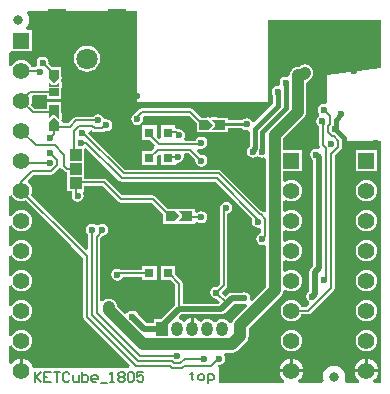
<source format=gbr>
%TF.GenerationSoftware,Altium Limited,Altium Designer,18.1.6 (161)*%
G04 Layer_Physical_Order=1*
G04 Layer_Color=255*
%FSLAX26Y26*%
%MOIN*%
%TF.FileFunction,Copper,L1,Top,Signal*%
%TF.Part,Single*%
G01*
G75*
%TA.AperFunction,SMDPad,CuDef*%
%ADD10R,0.039370X0.039370*%
%ADD11R,0.030000X0.034000*%
%ADD12R,0.031496X0.031496*%
%ADD13R,0.060000X0.160000*%
%TA.AperFunction,FiducialPad,Global*%
%ADD14C,0.031496*%
%TA.AperFunction,SMDPad,CuDef*%
%ADD15R,0.034000X0.030000*%
%TA.AperFunction,Conductor*%
%ADD16C,0.007874*%
%ADD17C,0.015748*%
%ADD18C,0.010000*%
%ADD19C,0.040000*%
%ADD20C,0.015000*%
%ADD21C,0.008000*%
%ADD22C,0.020000*%
%TA.AperFunction,NonConductor*%
%ADD23C,0.007874*%
%TA.AperFunction,ComponentPad*%
%ADD24R,0.055000X0.055000*%
%ADD25C,0.055000*%
%ADD26O,0.040000X0.047244*%
%ADD27R,0.040000X0.047244*%
%ADD28C,0.071000*%
%ADD29O,0.039370X0.059055*%
%TA.AperFunction,ViaPad*%
%ADD30C,0.023622*%
G36*
X176005Y1025006D02*
X160000Y1009000D01*
X158000D01*
X141999Y1025001D01*
X142000Y1028000D01*
X176005D01*
Y1025006D01*
D02*
G37*
G36*
X176000Y994252D02*
X142000D01*
X142001Y1012999D01*
X153999Y1001000D01*
X165002Y1001002D01*
X176000Y1012999D01*
Y994252D01*
D02*
G37*
G36*
X437008Y946000D02*
X873000Y946000D01*
X873000Y1219965D01*
X1249808D01*
Y1059652D01*
X1070000Y1035500D01*
Y943546D01*
X1062000Y938275D01*
X1058000Y939071D01*
X1050319Y937543D01*
X1043808Y933192D01*
X1039457Y926681D01*
X1037929Y919000D01*
X1039457Y911319D01*
X1042909Y906153D01*
X1043742Y904538D01*
X1041804Y896526D01*
X1039808Y895192D01*
X1035457Y888681D01*
X1033929Y881000D01*
X1035457Y873319D01*
X1039808Y866808D01*
X1043462Y864367D01*
Y801090D01*
X1043461Y801090D01*
X1044378Y796481D01*
X1045329Y795059D01*
X1041894Y790244D01*
X1039966Y788685D01*
X1033000Y790071D01*
X1025319Y788543D01*
X1018808Y784192D01*
X1014457Y777681D01*
X1012929Y770000D01*
X1014457Y762319D01*
X1018808Y755808D01*
X1023776Y752488D01*
Y400549D01*
X1015114Y391887D01*
X1011163Y385974D01*
X1009776Y379000D01*
X1009776Y379000D01*
Y313843D01*
X1005808Y311192D01*
X1001457Y304681D01*
X999929Y297000D01*
X1001457Y289319D01*
X1005808Y282808D01*
X1008841Y280781D01*
X1010631Y271257D01*
X1001481Y262107D01*
X983274D01*
X980899Y267840D01*
X975229Y275229D01*
X967840Y280899D01*
X959235Y284464D01*
X950000Y285679D01*
X940765Y284464D01*
X932160Y280899D01*
X924771Y275229D01*
X919101Y267840D01*
X915537Y259235D01*
X914321Y250000D01*
X915537Y240766D01*
X919101Y232160D01*
X924771Y224771D01*
X932160Y219101D01*
X940765Y215536D01*
X950000Y214321D01*
X959235Y215536D01*
X967840Y219101D01*
X975229Y224771D01*
X980899Y232160D01*
X983274Y237893D01*
X1006495D01*
X1006496Y237893D01*
X1011129Y238815D01*
X1015056Y241439D01*
X1091245Y317628D01*
X1091246Y317629D01*
X1093870Y321556D01*
X1094792Y326189D01*
X1094792Y326190D01*
Y768175D01*
X1115245Y788629D01*
X1115246Y788629D01*
X1117870Y792556D01*
X1118792Y797189D01*
Y816811D01*
X1118947Y817000D01*
X1249808D01*
Y10035D01*
X1225633D01*
X1222917Y18035D01*
X1228037Y21963D01*
X1234338Y30175D01*
X1238299Y39738D01*
X1238873Y44094D01*
X1200000D01*
X1161127D01*
X1161701Y39738D01*
X1165662Y30175D01*
X1171963Y21963D01*
X1177083Y18035D01*
X1174367Y10035D01*
X1133108D01*
X1127763Y18035D01*
X1128733Y20378D01*
X1130000Y30000D01*
X1128733Y39622D01*
X1125019Y48588D01*
X1119111Y56288D01*
X1111412Y62196D01*
X1102446Y65909D01*
X1092824Y67176D01*
X1083202Y65909D01*
X1074236Y62196D01*
X1066536Y56288D01*
X1060628Y48588D01*
X1056914Y39622D01*
X1055648Y30000D01*
X1056914Y20378D01*
X1057885Y18035D01*
X1052540Y10035D01*
X975633D01*
X972917Y18035D01*
X978037Y21963D01*
X984338Y30175D01*
X988299Y39738D01*
X988873Y44094D01*
X950000D01*
X911127D01*
X911701Y39738D01*
X915662Y30175D01*
X921963Y21963D01*
X927083Y18035D01*
X924367Y10035D01*
X707463D01*
Y59986D01*
X707463D01*
X706545Y67986D01*
X708478Y70232D01*
X710000Y69929D01*
X717681Y71457D01*
X724192Y75808D01*
X728543Y82319D01*
X730071Y90000D01*
X728543Y97681D01*
X725397Y102389D01*
X727606Y108648D01*
X728940Y110389D01*
X753503D01*
X753504Y110389D01*
X760780Y111347D01*
X767561Y114156D01*
X773384Y118624D01*
X799880Y145120D01*
X799880Y145120D01*
X804348Y150943D01*
X807157Y157723D01*
X808115Y165000D01*
Y191355D01*
X914565Y297805D01*
X914565Y297805D01*
X919033Y303628D01*
X921842Y310409D01*
X922622Y316336D01*
X925989Y318666D01*
X930799Y320145D01*
X932160Y319101D01*
X940765Y315536D01*
X950000Y314321D01*
X959235Y315536D01*
X967840Y319101D01*
X975229Y324771D01*
X980899Y332160D01*
X984463Y340765D01*
X985679Y350000D01*
X984463Y359235D01*
X980899Y367840D01*
X975229Y375229D01*
X967840Y380899D01*
X959235Y384464D01*
X950000Y385679D01*
X940765Y384464D01*
X932160Y380899D01*
X930740Y379810D01*
X922740Y383755D01*
Y416245D01*
X930740Y420190D01*
X932160Y419101D01*
X940765Y415536D01*
X950000Y414321D01*
X959235Y415536D01*
X967840Y419101D01*
X975229Y424771D01*
X980899Y432160D01*
X984463Y440765D01*
X985679Y450000D01*
X984463Y459235D01*
X980899Y467840D01*
X975229Y475229D01*
X967840Y480899D01*
X959235Y484464D01*
X950000Y485679D01*
X940765Y484464D01*
X932160Y480899D01*
X930740Y479810D01*
X922740Y483755D01*
Y516245D01*
X930740Y520190D01*
X932160Y519101D01*
X940765Y515537D01*
X950000Y514321D01*
X959235Y515537D01*
X967840Y519101D01*
X975229Y524771D01*
X980899Y532160D01*
X984463Y540765D01*
X985679Y550000D01*
X984463Y559235D01*
X980899Y567840D01*
X975229Y575229D01*
X967840Y580899D01*
X959235Y584463D01*
X950000Y585679D01*
X940765Y584463D01*
X932160Y580899D01*
X930740Y579810D01*
X922740Y583755D01*
Y616245D01*
X930740Y620190D01*
X932160Y619101D01*
X940765Y615537D01*
X950000Y614321D01*
X959235Y615537D01*
X967840Y619101D01*
X975229Y624771D01*
X980899Y632160D01*
X984463Y640765D01*
X985679Y650000D01*
X984463Y659235D01*
X980899Y667840D01*
X975229Y675229D01*
X967840Y680899D01*
X959235Y684463D01*
X950000Y685679D01*
X940765Y684463D01*
X932160Y680899D01*
X930740Y679810D01*
X922740Y683755D01*
Y714626D01*
X985374D01*
Y785374D01*
X922740D01*
Y824141D01*
X991061Y892461D01*
X991061Y892461D01*
X995529Y898284D01*
X998337Y905064D01*
X999295Y912341D01*
X999295Y912342D01*
Y1009922D01*
X1001057Y1010652D01*
X1006880Y1015120D01*
X1014880Y1023120D01*
X1019348Y1028943D01*
X1022157Y1035723D01*
X1023115Y1043000D01*
X1022157Y1050277D01*
X1019348Y1057057D01*
X1014880Y1062880D01*
X1009057Y1067348D01*
X1002277Y1070157D01*
X995000Y1071115D01*
X987723Y1070157D01*
X980943Y1067348D01*
X975426Y1063114D01*
X973001D01*
X973000Y1063115D01*
X965723Y1062157D01*
X958943Y1059348D01*
X953120Y1054880D01*
X951301Y1053061D01*
X946833Y1047238D01*
X944024Y1040457D01*
X943404Y1035742D01*
X942743Y1034696D01*
X938455Y1031269D01*
X935066Y1029865D01*
X931496Y1030575D01*
X923815Y1029047D01*
X917304Y1024696D01*
X912953Y1018185D01*
X911425Y1010504D01*
X912161Y1006803D01*
X906074Y999901D01*
X906004Y999871D01*
X905000Y1000071D01*
X897319Y998543D01*
X890808Y994192D01*
X886457Y987681D01*
X884929Y980000D01*
X886457Y972319D01*
X889325Y968028D01*
Y940048D01*
X827225Y877947D01*
X818382Y880418D01*
X815192Y885192D01*
X808681Y889543D01*
X801000Y891071D01*
X793319Y889543D01*
X786808Y885192D01*
X786096Y884126D01*
X739874D01*
Y893874D01*
X703524D01*
X702748Y894028D01*
X687810D01*
X684001Y894028D01*
X683681Y894016D01*
X683652Y894021D01*
X679874Y893874D01*
X675112Y893970D01*
X671994Y894033D01*
X671940Y894033D01*
X669000D01*
X668201Y893874D01*
X649157D01*
X621893Y921137D01*
X617986Y923748D01*
X613378Y924664D01*
X613378Y924664D01*
X451622D01*
X447014Y923748D01*
X443107Y921137D01*
X443106Y921137D01*
X429808Y907839D01*
X428319Y907543D01*
X421808Y903192D01*
X417457Y896681D01*
X415929Y889000D01*
X417457Y881319D01*
X421808Y874808D01*
X428319Y870457D01*
X436000Y868929D01*
X443681Y870457D01*
X450192Y874808D01*
X454543Y881319D01*
X456071Y889000D01*
X455246Y893144D01*
X460463Y900095D01*
X461303Y900580D01*
X608390D01*
X634126Y874843D01*
Y844126D01*
X668223D01*
X668998Y843972D01*
X671938Y843971D01*
X671997Y843971D01*
X679874Y844126D01*
X684000Y843973D01*
X702748Y843972D01*
X703524Y844126D01*
X739874D01*
Y857874D01*
X786096D01*
X786808Y856808D01*
X793319Y852457D01*
X801000Y850929D01*
X804573Y851640D01*
X812573Y846168D01*
Y798743D01*
X811581Y797259D01*
X811494Y796821D01*
X807560Y794192D01*
X803209Y787681D01*
X801681Y780000D01*
X803209Y772319D01*
X807560Y765808D01*
X814071Y761457D01*
X821752Y759929D01*
X829433Y761457D01*
X831444Y762801D01*
X837500Y765193D01*
X843556Y762801D01*
X845567Y761457D01*
X853248Y759929D01*
X858511Y760976D01*
X866511Y756298D01*
Y580378D01*
X859120Y577317D01*
X856544Y579893D01*
X852637Y582504D01*
X849262Y583175D01*
X716174Y716263D01*
X712267Y718874D01*
X707659Y719790D01*
X707658Y719790D01*
X396014D01*
X272888Y842917D01*
X272842Y843150D01*
X278109Y850277D01*
X284790Y850773D01*
X286078Y849485D01*
X286078Y849485D01*
X289985Y846874D01*
X294594Y845958D01*
X320000D01*
X320000Y845957D01*
X324608Y846874D01*
X328223Y849289D01*
X333794Y848181D01*
X341474Y849709D01*
X347986Y854060D01*
X352337Y860571D01*
X353865Y868252D01*
X352337Y875933D01*
X347986Y882444D01*
X341474Y886795D01*
X333794Y888323D01*
X332422Y888050D01*
X323543Y891681D01*
X319192Y898192D01*
X312681Y902543D01*
X305000Y904071D01*
X297319Y902543D01*
X290808Y898192D01*
X289372Y896042D01*
X233000D01*
X233000Y896043D01*
X228392Y895126D01*
X224485Y892515D01*
X207012Y875042D01*
X190944D01*
X184029Y877999D01*
X183874Y885874D01*
X184027Y890000D01*
X184028Y908748D01*
X183874Y909524D01*
Y945874D01*
X134126D01*
Y923107D01*
X94015D01*
X82086Y935036D01*
X84460Y940769D01*
X85676Y950003D01*
X84460Y959238D01*
X84019Y960303D01*
X89534Y967893D01*
X134126D01*
Y957126D01*
X183874D01*
Y993476D01*
X184028Y994252D01*
Y1009190D01*
X184028Y1012999D01*
X184016Y1013319D01*
X184021Y1013348D01*
X183874Y1017126D01*
X183970Y1021888D01*
X184033Y1025006D01*
X184033Y1025060D01*
Y1028000D01*
X183874Y1028799D01*
Y1062874D01*
X151751D01*
X140581Y1074044D01*
X141071Y1076504D01*
X139543Y1084185D01*
X135192Y1090696D01*
X128681Y1095047D01*
X121000Y1096575D01*
X113319Y1095047D01*
X106808Y1090696D01*
X102457Y1084185D01*
X100929Y1076504D01*
X102201Y1070110D01*
X100056Y1065685D01*
X97321Y1062110D01*
X83271D01*
X80896Y1067843D01*
X75226Y1075232D01*
X67836Y1080902D01*
X59231Y1084467D01*
X49997Y1085682D01*
X40762Y1084467D01*
X32157Y1080902D01*
X24768Y1075232D01*
X19098Y1067843D01*
X18035Y1065277D01*
X10035Y1066868D01*
Y1108530D01*
X14623Y1114629D01*
X85371D01*
Y1185377D01*
X68566D01*
X65851Y1193377D01*
X66287Y1193713D01*
X72195Y1201412D01*
X75909Y1210378D01*
X77176Y1220000D01*
X75909Y1229622D01*
X72195Y1238588D01*
X69876Y1241611D01*
X73821Y1249611D01*
X437008D01*
X437008Y946000D01*
D02*
G37*
G36*
X175999Y890001D02*
X164001Y902000D01*
X152998Y901998D01*
X142000Y890001D01*
Y908748D01*
X176000D01*
X175999Y890001D01*
D02*
G37*
G36*
X176001Y877999D02*
X176000Y875000D01*
X141995D01*
Y877994D01*
X158000Y894000D01*
X160000D01*
X176001Y877999D01*
D02*
G37*
G36*
X702748Y852000D02*
X684001Y852001D01*
X696000Y863999D01*
X695998Y875002D01*
X684001Y886000D01*
X702748D01*
Y852000D01*
D02*
G37*
G36*
X688000Y870000D02*
Y868000D01*
X671999Y851999D01*
X669000Y852000D01*
Y886005D01*
X671994D01*
X688000Y870000D01*
D02*
G37*
G36*
X591748Y548000D02*
X573001Y548001D01*
X585000Y559999D01*
X584998Y571002D01*
X573001Y582000D01*
X591748D01*
Y548000D01*
D02*
G37*
G36*
X577000Y566000D02*
Y564000D01*
X560999Y547999D01*
X558000Y548000D01*
Y582005D01*
X560994D01*
X577000Y566000D01*
D02*
G37*
G36*
X375988Y683485D02*
X379895Y680874D01*
X384503Y679957D01*
X384504Y679958D01*
X696012D01*
X820790Y555179D01*
X820457Y554681D01*
X818929Y547000D01*
X820457Y539319D01*
X824808Y532808D01*
X831319Y528457D01*
X839000Y526929D01*
X842580Y527641D01*
X850580Y522173D01*
Y508300D01*
X846319Y507453D01*
X839808Y503102D01*
X835457Y496591D01*
X833929Y488910D01*
X835457Y481229D01*
X839808Y474718D01*
X846319Y470367D01*
X854000Y468839D01*
X858511Y469736D01*
X866511Y464706D01*
Y329271D01*
X819801Y282561D01*
X812428Y286502D01*
X813386Y291315D01*
X811858Y298996D01*
X807507Y305507D01*
X800996Y309858D01*
X793315Y311386D01*
X785634Y309858D01*
X785157Y309539D01*
X751316D01*
X751315Y309539D01*
X744341Y308152D01*
X738428Y304202D01*
X730629Y296402D01*
X719566Y307464D01*
X720071Y310000D01*
X719566Y312536D01*
X732893Y325863D01*
X735504Y329770D01*
X736420Y334378D01*
X736420Y334378D01*
Y573489D01*
X741289Y574457D01*
X747801Y578808D01*
X752151Y585319D01*
X753679Y593000D01*
X752151Y600681D01*
X747801Y607192D01*
X741289Y611543D01*
X733608Y613071D01*
X725928Y611543D01*
X719416Y607192D01*
X715066Y600681D01*
X713538Y593000D01*
X714181Y589768D01*
X713252Y588378D01*
X712336Y583770D01*
X712336Y583769D01*
Y339366D01*
X702536Y329566D01*
X700000Y330071D01*
X692319Y328543D01*
X685808Y324192D01*
X681457Y317681D01*
X679929Y310000D01*
X681457Y302319D01*
X685808Y295808D01*
X692319Y291457D01*
X700000Y289929D01*
X702536Y290434D01*
X713527Y279443D01*
X707912Y273744D01*
X587562D01*
Y340480D01*
X586645Y345089D01*
X584035Y348996D01*
X584035Y348996D01*
X563864Y369166D01*
Y398622D01*
X516620D01*
Y351378D01*
X547591D01*
X563477Y335492D01*
Y268970D01*
X562633Y268406D01*
X562633Y268406D01*
X515723Y221496D01*
X492126D01*
Y208224D01*
X467549D01*
X438655Y237118D01*
X438543Y237681D01*
X434192Y244192D01*
X427681Y248543D01*
X420000Y250071D01*
X412319Y248543D01*
X405808Y244192D01*
X403785Y241165D01*
X394259Y239378D01*
X368580Y265057D01*
X368156Y268277D01*
X365348Y275057D01*
X360880Y280880D01*
X355057Y285348D01*
X348277Y288156D01*
X341000Y289115D01*
X333723Y288156D01*
X326943Y285348D01*
X321120Y280880D01*
X321042Y280779D01*
X313042Y283495D01*
Y491012D01*
X321915Y499884D01*
X327844Y501063D01*
X334355Y505414D01*
X338706Y511926D01*
X340234Y519606D01*
X338706Y527287D01*
X334355Y533798D01*
X327844Y538149D01*
X320163Y539677D01*
X312482Y538149D01*
X308118Y535233D01*
X299192Y534192D01*
X292681Y538543D01*
X285000Y540071D01*
X277319Y538543D01*
X270808Y534192D01*
X266457Y527681D01*
X264929Y520000D01*
X266457Y512319D01*
X270808Y505808D01*
X272958Y504372D01*
Y454526D01*
X265567Y451464D01*
X233744Y483287D01*
X233561Y483561D01*
X82086Y635036D01*
X84460Y640769D01*
X85676Y650003D01*
X84460Y659238D01*
X80896Y667843D01*
X75226Y675232D01*
X72755Y677128D01*
X72232Y685111D01*
X90714Y703592D01*
X150300D01*
X150301Y703592D01*
X154934Y704514D01*
X158862Y707138D01*
X175965Y724242D01*
X181777Y724402D01*
X185485Y723485D01*
X194484Y714485D01*
X194485Y714485D01*
X198392Y711874D01*
X203000Y710958D01*
X203441D01*
Y695441D01*
Y648197D01*
X218893D01*
Y640658D01*
X217370Y633000D01*
X218898Y625319D01*
X223249Y618808D01*
X229760Y614457D01*
X237441Y612929D01*
X245122Y614457D01*
X251633Y618808D01*
X255984Y625319D01*
X257512Y633000D01*
X256080Y640197D01*
X256080Y640962D01*
X258559Y648197D01*
X258559D01*
Y665958D01*
X321012D01*
X373162Y613808D01*
X373162Y613808D01*
X377069Y611197D01*
X381677Y610280D01*
X381678Y610280D01*
X483689D01*
X523126Y570843D01*
Y540126D01*
X557223D01*
X557998Y539972D01*
X560938Y539971D01*
X560997Y539971D01*
X568874Y540126D01*
X573000Y539973D01*
X591748Y539972D01*
X592524Y540126D01*
X628874D01*
Y543785D01*
X632487Y545882D01*
X636874Y547096D01*
X642319Y543457D01*
X650000Y541929D01*
X657681Y543457D01*
X664192Y547808D01*
X668543Y554319D01*
X670071Y562000D01*
X668543Y569681D01*
X664192Y576192D01*
X657681Y580543D01*
X650000Y582071D01*
X642319Y580543D01*
X636874Y576904D01*
X632487Y578118D01*
X628874Y580215D01*
Y589874D01*
X592524D01*
X591748Y590028D01*
X576810D01*
X573001Y590028D01*
X572681Y590016D01*
X572652Y590021D01*
X568874Y589874D01*
X564112Y589970D01*
X560994Y590033D01*
X560940Y590033D01*
X558000D01*
X557201Y589874D01*
X538157D01*
X497192Y630838D01*
X493286Y633448D01*
X488677Y634365D01*
X488677Y634365D01*
X386665D01*
X334515Y686515D01*
X330608Y689126D01*
X326000Y690043D01*
X326000Y690042D01*
X258559D01*
Y742685D01*
Y789600D01*
X265944Y793529D01*
X375988Y683485D01*
D02*
G37*
G36*
X19098Y632164D02*
X24768Y624774D01*
X32157Y619104D01*
X40762Y615540D01*
X49997Y614324D01*
X59231Y615540D01*
X64964Y617914D01*
X216439Y466439D01*
X216713Y466257D01*
X257210Y425760D01*
Y228477D01*
X257209Y228477D01*
X258126Y223869D01*
X260737Y219962D01*
X413073Y67625D01*
X410012Y60234D01*
X88303D01*
X88299Y60262D01*
X84338Y69825D01*
X78037Y78037D01*
X69825Y84338D01*
X60262Y88299D01*
X55906Y88873D01*
Y50000D01*
X44094D01*
Y88873D01*
X39738Y88299D01*
X30175Y84338D01*
X21963Y78037D01*
X18035Y72918D01*
X10035Y75633D01*
Y133143D01*
X18035Y134734D01*
X19101Y132160D01*
X24771Y124771D01*
X32160Y119101D01*
X40766Y115537D01*
X50000Y114321D01*
X59234Y115537D01*
X67840Y119101D01*
X75229Y124771D01*
X80899Y132160D01*
X84463Y140766D01*
X85679Y150000D01*
X84463Y159234D01*
X80899Y167840D01*
X75229Y175229D01*
X67840Y180899D01*
X59234Y184464D01*
X50000Y185679D01*
X40766Y184464D01*
X32160Y180899D01*
X24771Y175229D01*
X19101Y167840D01*
X18035Y165266D01*
X10035Y166857D01*
Y233138D01*
X18035Y234730D01*
X19098Y232164D01*
X24768Y224774D01*
X32157Y219104D01*
X40762Y215540D01*
X49997Y214324D01*
X59231Y215540D01*
X67836Y219104D01*
X75226Y224774D01*
X80896Y232164D01*
X84460Y240769D01*
X85676Y250003D01*
X84460Y259238D01*
X80896Y267843D01*
X75226Y275232D01*
X67836Y280902D01*
X59231Y284467D01*
X49997Y285682D01*
X40762Y284467D01*
X32157Y280902D01*
X24768Y275232D01*
X19098Y267843D01*
X18035Y265277D01*
X10035Y266868D01*
Y333138D01*
X18035Y334730D01*
X19098Y332164D01*
X24768Y324774D01*
X32157Y319104D01*
X40762Y315540D01*
X49997Y314324D01*
X59231Y315540D01*
X67836Y319104D01*
X75226Y324774D01*
X80896Y332164D01*
X84460Y340769D01*
X85676Y350003D01*
X84460Y359238D01*
X80896Y367843D01*
X75226Y375232D01*
X67836Y380902D01*
X59231Y384467D01*
X49997Y385682D01*
X40762Y384467D01*
X32157Y380902D01*
X24768Y375232D01*
X19098Y367843D01*
X18035Y365277D01*
X10035Y366868D01*
Y433138D01*
X18035Y434730D01*
X19098Y432164D01*
X24768Y424774D01*
X32157Y419104D01*
X40762Y415540D01*
X49997Y414324D01*
X59231Y415540D01*
X67836Y419104D01*
X75226Y424774D01*
X80896Y432164D01*
X84460Y440769D01*
X85676Y450003D01*
X84460Y459238D01*
X80896Y467843D01*
X75226Y475232D01*
X67836Y480902D01*
X59231Y484467D01*
X49997Y485682D01*
X40762Y484467D01*
X32157Y480902D01*
X24768Y475232D01*
X19098Y467843D01*
X18035Y465277D01*
X10035Y466868D01*
Y533138D01*
X18035Y534730D01*
X19098Y532164D01*
X24768Y524774D01*
X32157Y519104D01*
X40762Y515540D01*
X49997Y514324D01*
X59231Y515540D01*
X67836Y519104D01*
X75226Y524774D01*
X80896Y532164D01*
X84460Y540769D01*
X85676Y550003D01*
X84460Y559238D01*
X80896Y567843D01*
X75226Y575232D01*
X67836Y580902D01*
X59231Y584467D01*
X49997Y585682D01*
X40762Y584467D01*
X32157Y580902D01*
X24768Y575232D01*
X19098Y567843D01*
X18035Y565277D01*
X10035Y566868D01*
Y633138D01*
X18035Y634730D01*
X19098Y632164D01*
D02*
G37*
G36*
X785634Y272772D02*
X793315Y271244D01*
X798128Y272202D01*
X802069Y264829D01*
X760120Y222880D01*
X755652Y217057D01*
X752843Y210277D01*
X752623Y208605D01*
X744412Y207524D01*
X744348Y207679D01*
X739880Y213502D01*
X734057Y217970D01*
X727277Y220779D01*
X720000Y221737D01*
X712723Y220779D01*
X705943Y217970D01*
X700120Y213502D01*
X700042Y213400D01*
X689958D01*
X689880Y213502D01*
X684057Y217970D01*
X677277Y220779D01*
X670000Y221737D01*
X662723Y220779D01*
X655943Y217970D01*
X650120Y213502D01*
X647506D01*
X642375Y216550D01*
X636043Y221409D01*
X628304Y224614D01*
X625905Y224930D01*
Y190000D01*
X614095D01*
Y224930D01*
X611696Y224614D01*
X603957Y221409D01*
X597625Y216550D01*
X592494Y213502D01*
X589880D01*
X584057Y217970D01*
X577277Y220779D01*
X574929Y229157D01*
X583068Y237296D01*
X715519D01*
X715520Y237295D01*
X722494Y238683D01*
X728406Y242633D01*
X758864Y273091D01*
X785157D01*
X785634Y272772D01*
D02*
G37*
%LPC*%
G36*
X269000Y1133748D02*
X257677Y1132258D01*
X247126Y1127887D01*
X238065Y1120935D01*
X231113Y1111874D01*
X226742Y1101323D01*
X225252Y1090000D01*
X226742Y1078677D01*
X231113Y1068126D01*
X238065Y1059065D01*
X247126Y1052113D01*
X257677Y1047742D01*
X269000Y1046252D01*
X280323Y1047742D01*
X290874Y1052113D01*
X299935Y1059065D01*
X306887Y1068126D01*
X311258Y1078677D01*
X312748Y1090000D01*
X311258Y1101323D01*
X306887Y1111874D01*
X299935Y1120935D01*
X290874Y1127887D01*
X280323Y1132258D01*
X269000Y1133748D01*
D02*
G37*
G36*
X563864Y867297D02*
X516620D01*
Y825149D01*
X508620Y821836D01*
X500872Y829584D01*
Y867297D01*
X453628D01*
Y820053D01*
X476342D01*
X494385Y802010D01*
X493525Y791556D01*
X483266Y781297D01*
X453628D01*
Y734053D01*
X500872D01*
Y764841D01*
X508620Y772590D01*
X516620Y769775D01*
Y734053D01*
X563864D01*
Y736391D01*
X571864Y742956D01*
X572000Y742929D01*
X579681Y744457D01*
X586192Y748808D01*
X590543Y755319D01*
X592071Y763000D01*
X591359Y766580D01*
X596827Y774580D01*
X608390D01*
X630434Y752536D01*
X629929Y750000D01*
X631457Y742319D01*
X635808Y735808D01*
X642319Y731457D01*
X650000Y729929D01*
X657681Y731457D01*
X664192Y735808D01*
X668543Y742319D01*
X670071Y750000D01*
X668543Y757681D01*
X664192Y764192D01*
X657681Y768543D01*
X650000Y770071D01*
X647464Y769566D01*
X635261Y781770D01*
X637974Y790284D01*
X642319Y791457D01*
X650000Y789929D01*
X657681Y791457D01*
X664192Y795808D01*
X668543Y802319D01*
X670071Y810000D01*
X668543Y817681D01*
X664192Y824192D01*
X657681Y828543D01*
X650000Y830071D01*
X642319Y828543D01*
X635808Y824192D01*
X631457Y817681D01*
X631131Y816042D01*
X596364D01*
X592353Y824042D01*
X594543Y827319D01*
X596071Y835000D01*
X594543Y842681D01*
X590192Y849192D01*
X583681Y853543D01*
X576000Y855071D01*
X573062Y854486D01*
X570608Y856126D01*
X566000Y857043D01*
X563864Y864505D01*
Y867297D01*
D02*
G37*
G36*
X1235374Y785374D02*
X1164626D01*
Y714626D01*
X1235374D01*
Y785374D01*
D02*
G37*
G36*
X1200000Y685679D02*
X1190765Y684463D01*
X1182160Y680899D01*
X1174771Y675229D01*
X1169101Y667840D01*
X1165536Y659235D01*
X1164321Y650000D01*
X1165536Y640765D01*
X1169101Y632160D01*
X1174771Y624771D01*
X1182160Y619101D01*
X1190765Y615537D01*
X1200000Y614321D01*
X1209235Y615537D01*
X1217840Y619101D01*
X1225229Y624771D01*
X1230899Y632160D01*
X1234464Y640765D01*
X1235679Y650000D01*
X1234464Y659235D01*
X1230899Y667840D01*
X1225229Y675229D01*
X1217840Y680899D01*
X1209235Y684463D01*
X1200000Y685679D01*
D02*
G37*
G36*
Y585679D02*
X1190765Y584463D01*
X1182160Y580899D01*
X1174771Y575229D01*
X1169101Y567840D01*
X1165536Y559235D01*
X1164321Y550000D01*
X1165536Y540765D01*
X1169101Y532160D01*
X1174771Y524771D01*
X1182160Y519101D01*
X1190765Y515537D01*
X1200000Y514321D01*
X1209235Y515537D01*
X1217840Y519101D01*
X1225229Y524771D01*
X1230899Y532160D01*
X1234464Y540765D01*
X1235679Y550000D01*
X1234464Y559235D01*
X1230899Y567840D01*
X1225229Y575229D01*
X1217840Y580899D01*
X1209235Y584463D01*
X1200000Y585679D01*
D02*
G37*
G36*
Y485679D02*
X1190765Y484464D01*
X1182160Y480899D01*
X1174771Y475229D01*
X1169101Y467840D01*
X1165536Y459235D01*
X1164321Y450000D01*
X1165536Y440765D01*
X1169101Y432160D01*
X1174771Y424771D01*
X1182160Y419101D01*
X1190765Y415536D01*
X1200000Y414321D01*
X1209235Y415536D01*
X1217840Y419101D01*
X1225229Y424771D01*
X1230899Y432160D01*
X1234464Y440765D01*
X1235679Y450000D01*
X1234464Y459235D01*
X1230899Y467840D01*
X1225229Y475229D01*
X1217840Y480899D01*
X1209235Y484464D01*
X1200000Y485679D01*
D02*
G37*
G36*
Y385679D02*
X1190765Y384464D01*
X1182160Y380899D01*
X1174771Y375229D01*
X1169101Y367840D01*
X1165536Y359235D01*
X1164321Y350000D01*
X1165536Y340765D01*
X1169101Y332160D01*
X1174771Y324771D01*
X1182160Y319101D01*
X1190765Y315536D01*
X1200000Y314321D01*
X1209235Y315536D01*
X1217840Y319101D01*
X1225229Y324771D01*
X1230899Y332160D01*
X1234464Y340765D01*
X1235679Y350000D01*
X1234464Y359235D01*
X1230899Y367840D01*
X1225229Y375229D01*
X1217840Y380899D01*
X1209235Y384464D01*
X1200000Y385679D01*
D02*
G37*
G36*
Y285679D02*
X1190765Y284464D01*
X1182160Y280899D01*
X1174771Y275229D01*
X1169101Y267840D01*
X1165536Y259235D01*
X1164321Y250000D01*
X1165536Y240766D01*
X1169101Y232160D01*
X1174771Y224771D01*
X1182160Y219101D01*
X1190765Y215536D01*
X1200000Y214321D01*
X1209235Y215536D01*
X1217840Y219101D01*
X1225229Y224771D01*
X1230899Y232160D01*
X1234464Y240766D01*
X1235679Y250000D01*
X1234464Y259235D01*
X1230899Y267840D01*
X1225229Y275229D01*
X1217840Y280899D01*
X1209235Y284464D01*
X1200000Y285679D01*
D02*
G37*
G36*
Y185679D02*
X1190765Y184464D01*
X1182160Y180899D01*
X1174771Y175229D01*
X1169101Y167840D01*
X1165536Y159234D01*
X1164321Y150000D01*
X1165536Y140766D01*
X1169101Y132160D01*
X1174771Y124771D01*
X1182160Y119101D01*
X1190765Y115537D01*
X1200000Y114321D01*
X1209235Y115537D01*
X1217840Y119101D01*
X1225229Y124771D01*
X1230899Y132160D01*
X1234464Y140766D01*
X1235679Y150000D01*
X1234464Y159234D01*
X1230899Y167840D01*
X1225229Y175229D01*
X1217840Y180899D01*
X1209235Y184464D01*
X1200000Y185679D01*
D02*
G37*
G36*
X950000D02*
X940765Y184464D01*
X932160Y180899D01*
X924771Y175229D01*
X919101Y167840D01*
X915537Y159234D01*
X914321Y150000D01*
X915537Y140766D01*
X919101Y132160D01*
X924771Y124771D01*
X932160Y119101D01*
X940765Y115537D01*
X950000Y114321D01*
X959235Y115537D01*
X967840Y119101D01*
X975229Y124771D01*
X980899Y132160D01*
X984463Y140766D01*
X985679Y150000D01*
X984463Y159234D01*
X980899Y167840D01*
X975229Y175229D01*
X967840Y180899D01*
X959235Y184464D01*
X950000Y185679D01*
D02*
G37*
G36*
X1205906Y88873D02*
Y55906D01*
X1238873D01*
X1238299Y60262D01*
X1234338Y69825D01*
X1228037Y78037D01*
X1219825Y84338D01*
X1210262Y88299D01*
X1205906Y88873D01*
D02*
G37*
G36*
X955905D02*
Y55906D01*
X988873D01*
X988299Y60262D01*
X984338Y69825D01*
X978037Y78037D01*
X969825Y84338D01*
X960262Y88299D01*
X955905Y88873D01*
D02*
G37*
G36*
X1194094D02*
X1189738Y88299D01*
X1180175Y84338D01*
X1171963Y78037D01*
X1165662Y69825D01*
X1161701Y60262D01*
X1161127Y55906D01*
X1194094D01*
Y88873D01*
D02*
G37*
G36*
X944095D02*
X939738Y88299D01*
X930175Y84338D01*
X921963Y78037D01*
X915662Y69825D01*
X911701Y60262D01*
X911127Y55906D01*
X944095D01*
Y88873D01*
D02*
G37*
G36*
X500872Y398622D02*
X453628D01*
Y387042D01*
X379926D01*
X377681Y388543D01*
X370000Y390071D01*
X362319Y388543D01*
X355808Y384192D01*
X351457Y377681D01*
X349929Y370000D01*
X351457Y362319D01*
X355808Y355808D01*
X362319Y351457D01*
X370000Y349929D01*
X377681Y351457D01*
X384192Y355808D01*
X388543Y362319D01*
X388670Y362958D01*
X453628D01*
Y351378D01*
X500872D01*
Y398622D01*
D02*
G37*
%LPD*%
D10*
X231000Y675756D02*
D03*
Y723000D02*
D03*
Y770244D02*
D03*
D11*
X717000Y869000D02*
D03*
X657000D02*
D03*
X606000Y565000D02*
D03*
X546000D02*
D03*
D12*
X540242Y757675D02*
D03*
X477250D02*
D03*
X540242Y375000D02*
D03*
X477250D02*
D03*
X540242Y843675D02*
D03*
X477250D02*
D03*
D13*
X369000Y1175000D02*
D03*
X169000D02*
D03*
D14*
X1092824Y30000D02*
D03*
X40000Y1220000D02*
D03*
D15*
X159000Y980000D02*
D03*
Y1040000D02*
D03*
Y863000D02*
D03*
Y923000D02*
D03*
D16*
X158500Y863500D02*
X161000Y866000D01*
X330252Y868252D02*
X333794D01*
X681593Y65000D02*
X710000Y93406D01*
X145000Y825000D02*
X159000Y839000D01*
Y863000D01*
X212000D02*
X233000Y884000D01*
X159000Y863000D02*
X212000D01*
X194000Y732000D02*
Y768000D01*
X161000Y801000D02*
X194000Y768000D01*
X99000Y801000D02*
X161000D01*
X194000Y732000D02*
X203000Y723000D01*
X451622Y912622D02*
X613378D01*
X436000Y889000D02*
Y897000D01*
X451622Y912622D01*
X613378D02*
X657000Y869000D01*
X231000Y678000D02*
X326000D01*
X724378Y583770D02*
X733608Y593000D01*
X700000Y310000D02*
X724378Y334378D01*
Y583770D01*
X707659Y707748D02*
X844029Y571378D01*
X848029D01*
X862622Y497532D02*
Y556784D01*
X854000Y488910D02*
X862622Y497532D01*
X848029Y571378D02*
X862622Y556784D01*
X839000Y547000D02*
Y554000D01*
X837000Y556000D02*
X839000Y554000D01*
X701000Y692000D02*
X837000Y556000D01*
X540242Y375000D02*
X541000D01*
X531417D02*
X540242D01*
X575520Y255520D02*
Y340480D01*
X541000Y375000D02*
X575520Y340480D01*
X49997Y850003D02*
X99000Y801000D01*
X301000Y496000D02*
X320163Y515163D01*
X301000Y242509D02*
Y496000D01*
Y242509D02*
X445509Y98000D01*
X468425Y845000D02*
X509425Y804000D01*
X644000D02*
X650000Y810000D01*
X509425Y804000D02*
X644000D01*
X505622Y786622D02*
X613378D01*
X477250Y758250D02*
X505622Y786622D01*
X613378D02*
X650000Y750000D01*
X391026Y707748D02*
X707659D01*
X256774Y842000D02*
X391026Y707748D01*
X384503Y692000D02*
X701000D01*
X266503Y810000D02*
X384503Y692000D01*
X477250Y757675D02*
Y758250D01*
X544992Y763000D02*
X572000D01*
X542992Y765000D02*
X544992Y763000D01*
X531417Y845000D02*
X566000D01*
X576000Y835000D01*
X1055504Y801090D02*
X1065000Y791593D01*
Y358000D02*
Y791593D01*
X1059000Y352000D02*
X1065000Y358000D01*
X1055504Y801090D02*
Y871369D01*
X1054000Y881000D02*
X1057685Y877315D01*
Y873549D02*
Y877315D01*
X1055504Y871369D02*
X1057685Y873549D01*
X250000Y810000D02*
X266503D01*
X253000Y842000D02*
X256774D01*
X488677Y622323D02*
X546000Y565000D01*
X381677Y622323D02*
X488677D01*
X326000Y678000D02*
X381677Y622323D01*
X233000Y884000D02*
X305000D01*
X203000Y723000D02*
X231000D01*
X226378Y848784D02*
X243215Y865622D01*
X226378Y774866D02*
X231000Y770244D01*
X226378Y774866D02*
Y848784D01*
X320000Y858000D02*
X330252Y868252D01*
X294594Y858000D02*
X320000D01*
X286971Y865622D02*
X294594Y858000D01*
X243215Y865622D02*
X286971D01*
X649677Y562323D02*
X650000Y562000D01*
X611457Y562323D02*
X649677D01*
X592678Y65000D02*
X681593D01*
X586308Y58630D02*
X592678Y65000D01*
X553692Y58630D02*
X586308D01*
X547322Y65000D02*
X553692Y58630D01*
X560216Y74378D02*
X579784D01*
X553846Y80748D02*
X560216Y74378D01*
X579784D02*
X595407Y90000D01*
X660000D01*
X432729Y65000D02*
X547322D01*
X439252Y80748D02*
X553846D01*
X285000Y235000D02*
X439252Y80748D01*
X269252Y228477D02*
X432729Y65000D01*
X445509Y98000D02*
X570000D01*
X370000Y370000D02*
X375000Y375000D01*
X468425D01*
X320163Y515163D02*
Y519606D01*
X710000Y90000D02*
Y93406D01*
X285000Y235000D02*
Y520000D01*
X269252Y228477D02*
Y430748D01*
X225000Y475000D02*
X269252Y430748D01*
X700000Y310000D02*
X735000Y275000D01*
D17*
X1114000Y706000D02*
Y765577D01*
X1137433Y789010D02*
Y798169D01*
X1126433Y809169D02*
X1137433Y798169D01*
X1126433Y809169D02*
Y824990D01*
X1100675Y850748D02*
X1126433Y824990D01*
X1099252Y850748D02*
X1100675D01*
X1095000Y855000D02*
X1099252Y850748D01*
X1114000Y765577D02*
X1137433Y789010D01*
X1097433Y857433D02*
Y885433D01*
X1095000Y855000D02*
X1097433Y857433D01*
Y885433D02*
X1116000Y904000D01*
D18*
X717000Y869000D02*
X719000Y871000D01*
X801000D01*
D19*
X971181Y912341D02*
Y1033181D01*
X894626Y835786D02*
X971181Y912341D01*
Y1033181D02*
X973000Y1035000D01*
X987000D01*
X995000Y1043000D01*
X894626Y327063D02*
Y835786D01*
X455373Y138504D02*
X753504D01*
X341000Y252877D02*
X455373Y138504D01*
X753504D02*
X780000Y165000D01*
X894626Y327063D02*
X894685Y327004D01*
X780000Y165000D02*
Y203000D01*
X894685Y317685D01*
Y327004D01*
X341000Y252877D02*
Y261000D01*
D20*
X828248Y856803D02*
X905000Y933555D01*
X931496Y991949D02*
Y1010504D01*
Y991949D02*
X932185Y991260D01*
Y968740D02*
Y991260D01*
X931496Y968051D02*
X932185Y968740D01*
X931496Y924695D02*
Y968051D01*
X905000Y933555D02*
Y980000D01*
X853248Y846447D02*
X931496Y924695D01*
X828248Y793445D02*
Y856803D01*
X826063Y791260D02*
X828248Y793445D01*
X826063Y784311D02*
Y791260D01*
X821752Y780000D02*
X826063Y784311D01*
X853248Y780000D02*
Y846447D01*
D21*
X168685Y734083D02*
Y753704D01*
X146389Y776000D02*
X168685Y753704D01*
X145000Y776000D02*
X146389D01*
X1082685Y773189D02*
X1106685Y797189D01*
X1082685Y326189D02*
Y773189D01*
X1106685Y797189D02*
Y816811D01*
X1006496Y250000D02*
X1082685Y326189D01*
X1077685Y871189D02*
Y899315D01*
X1058000Y919000D02*
X1077685Y899315D01*
X1071315Y845189D02*
X1085504Y831000D01*
X1092496D01*
X1106685Y816811D01*
X150301Y715699D02*
X168685Y734083D01*
X85699Y715699D02*
X150301D01*
X49997Y679997D02*
X85699Y715699D01*
X49997Y650003D02*
Y679997D01*
X231000Y639441D02*
X237441Y633000D01*
X231000Y639441D02*
Y675756D01*
X56106Y743894D02*
X145000D01*
X49997Y750003D02*
X56106Y743894D01*
X49997Y950003D02*
X89000Y911000D01*
X146000D01*
X49997Y950003D02*
X79994Y980000D01*
X159000D01*
X146000Y911000D02*
X159000Y924000D01*
X157504Y1040000D02*
X159000D01*
X121000Y1076504D02*
X157504Y1040000D01*
X108997Y1050003D02*
X114000Y1045000D01*
X49997Y1050003D02*
X108997D01*
X1071315Y864819D02*
X1077685Y871189D01*
X1071315Y845189D02*
Y864819D01*
X950000Y250000D02*
X1006496D01*
X49997Y650003D02*
X225000Y475000D01*
D22*
X1033000Y770000D02*
X1042000Y761000D01*
Y393000D02*
Y761000D01*
X1028000Y379000D02*
X1042000Y393000D01*
X751315Y291315D02*
X793315D01*
X520000Y200000D02*
X575520Y255520D01*
X1028000Y305000D02*
Y379000D01*
X460000Y190000D02*
X520000D01*
X420000Y230000D02*
X460000Y190000D01*
X520000D02*
Y200000D01*
X1020000Y297000D02*
X1028000Y305000D01*
X735000Y275000D02*
X751315Y291315D01*
X575520Y255520D02*
X715520D01*
X735000Y275000D01*
D23*
X95000Y44486D02*
Y13000D01*
Y23495D01*
X115991Y44486D01*
X100248Y28743D01*
X115991Y13000D01*
X147476Y44486D02*
X126486D01*
Y13000D01*
X147476D01*
X126486Y28743D02*
X136981D01*
X157972Y44486D02*
X178962D01*
X168467D01*
Y13000D01*
X210448Y39238D02*
X205201Y44486D01*
X194705D01*
X189458Y39238D01*
Y18248D01*
X194705Y13000D01*
X205201D01*
X210448Y18248D01*
X220944Y33991D02*
Y18248D01*
X226191Y13000D01*
X241934D01*
Y33991D01*
X252429Y44486D02*
Y13000D01*
X268173D01*
X273420Y18248D01*
Y23495D01*
Y28743D01*
X268173Y33991D01*
X252429D01*
X299658Y13000D02*
X289163D01*
X283915Y18248D01*
Y28743D01*
X289163Y33991D01*
X299658D01*
X304906Y28743D01*
Y23495D01*
X283915D01*
X315401Y7752D02*
X336392D01*
X346887Y13000D02*
X357382D01*
X352135D01*
Y44486D01*
X346887Y39238D01*
X373125D02*
X378373Y44486D01*
X388868D01*
X394116Y39238D01*
Y33991D01*
X388868Y28743D01*
X394116Y23495D01*
Y18248D01*
X388868Y13000D01*
X378373D01*
X373125Y18248D01*
Y23495D01*
X378373Y28743D01*
X373125Y33991D01*
Y39238D01*
X378373Y28743D02*
X388868D01*
X404611Y39238D02*
X409859Y44486D01*
X420354D01*
X425602Y39238D01*
Y18248D01*
X420354Y13000D01*
X409859D01*
X404611Y18248D01*
Y39238D01*
X457088Y44486D02*
X436097D01*
Y28743D01*
X446593Y33991D01*
X451840D01*
X457088Y28743D01*
Y18248D01*
X451840Y13000D01*
X441345D01*
X436097Y18248D01*
X618248Y44238D02*
Y38991D01*
X613000D01*
X623495D01*
X618248D01*
Y23248D01*
X623495Y18000D01*
X644486D02*
X654981D01*
X660229Y23248D01*
Y33743D01*
X654981Y38991D01*
X644486D01*
X639238Y33743D01*
Y23248D01*
X644486Y18000D01*
X670724Y7505D02*
Y38991D01*
X686467D01*
X691715Y33743D01*
Y23248D01*
X686467Y18000D01*
X670724D01*
D24*
X1200000Y750000D02*
D03*
X950000D02*
D03*
X49997Y1150003D02*
D03*
D25*
X1200000Y550000D02*
D03*
Y450000D02*
D03*
Y650000D02*
D03*
Y350000D02*
D03*
Y250000D02*
D03*
Y150000D02*
D03*
Y50000D02*
D03*
X950000Y550000D02*
D03*
Y450000D02*
D03*
Y650000D02*
D03*
Y350000D02*
D03*
Y250000D02*
D03*
Y150000D02*
D03*
Y50000D02*
D03*
X49997Y1050003D02*
D03*
Y950003D02*
D03*
Y650003D02*
D03*
Y850003D02*
D03*
Y750003D02*
D03*
Y550003D02*
D03*
X50000Y150000D02*
D03*
Y50000D02*
D03*
X49997Y450003D02*
D03*
Y350003D02*
D03*
Y250003D02*
D03*
D26*
X670000Y190000D02*
D03*
X620000D02*
D03*
X720000D02*
D03*
X570000D02*
D03*
D27*
X520000D02*
D03*
D28*
X269000Y1090000D02*
D03*
D29*
X934748Y1175000D02*
D03*
X1219000D02*
D03*
D30*
X333794Y868252D02*
D03*
X801000Y871000D02*
D03*
X436000Y889000D02*
D03*
X535000Y886000D02*
D03*
X575000Y869000D02*
D03*
X905000Y980000D02*
D03*
X931000Y1042000D02*
D03*
X900000Y1021000D02*
D03*
X901575Y1051181D02*
D03*
X931496Y1010504D02*
D03*
X973000Y1035000D02*
D03*
X995000Y1043000D02*
D03*
X145000Y825000D02*
D03*
X748000Y522000D02*
D03*
X839000Y547000D02*
D03*
X273000Y752000D02*
D03*
X145000Y776000D02*
D03*
X733608Y593000D02*
D03*
X572000Y763000D02*
D03*
X576000Y835000D02*
D03*
X1083000Y807000D02*
D03*
X641000Y503000D02*
D03*
X568000Y522000D02*
D03*
X172000Y488000D02*
D03*
X109000Y652000D02*
D03*
X53000Y600000D02*
D03*
X237441Y633000D02*
D03*
X456000Y800000D02*
D03*
X253000Y604000D02*
D03*
X305000Y884000D02*
D03*
X253000Y842000D02*
D03*
X250000Y810000D02*
D03*
X145000Y743894D02*
D03*
X649000Y653000D02*
D03*
X650000Y750000D02*
D03*
Y562000D02*
D03*
X121000Y1076504D02*
D03*
X114000Y1045000D02*
D03*
X1202000Y1122000D02*
D03*
X853248Y780000D02*
D03*
X821752D02*
D03*
X1054000Y881000D02*
D03*
X1058000Y919000D02*
D03*
X793315Y291315D02*
D03*
X1232000Y808000D02*
D03*
X1234000Y692000D02*
D03*
X1113000Y737000D02*
D03*
X1145000Y736000D02*
D03*
X993000Y813000D02*
D03*
X1059000Y352000D02*
D03*
X1116000Y904000D02*
D03*
X570000Y98000D02*
D03*
X328000Y1075000D02*
D03*
X318000Y1049000D02*
D03*
X935000Y1118000D02*
D03*
X305000Y1025000D02*
D03*
Y995000D02*
D03*
X307000Y966000D02*
D03*
X212000Y1078000D02*
D03*
X217000Y1052000D02*
D03*
X222000Y1023000D02*
D03*
X225000Y995000D02*
D03*
Y965000D02*
D03*
X780000Y700000D02*
D03*
X357000Y605000D02*
D03*
X250000Y545000D02*
D03*
X307000Y653000D02*
D03*
X504000Y655000D02*
D03*
X357000Y802000D02*
D03*
X405000Y750000D02*
D03*
X455000Y654000D02*
D03*
X370000Y370000D02*
D03*
X650000Y810000D02*
D03*
X320163Y519606D02*
D03*
X285000Y520000D02*
D03*
X420000Y230000D02*
D03*
X700000Y310000D02*
D03*
X660000Y90000D02*
D03*
X710000D02*
D03*
X780000Y165000D02*
D03*
Y760000D02*
D03*
X650000Y400000D02*
D03*
X660000Y340000D02*
D03*
X960000Y814000D02*
D03*
X1002000Y655000D02*
D03*
X818000Y935000D02*
D03*
X662000D02*
D03*
X854000Y595000D02*
D03*
X1144000Y656000D02*
D03*
X1150000Y598000D02*
D03*
X1020000Y810000D02*
D03*
X1114000Y706000D02*
D03*
X1000000Y600000D02*
D03*
X1002000Y500000D02*
D03*
X981000Y402000D02*
D03*
X1128000Y310000D02*
D03*
X854000Y488910D02*
D03*
X850000Y439000D02*
D03*
X852000Y334000D02*
D03*
X776000Y403000D02*
D03*
X1020000Y297000D02*
D03*
X894000Y250000D02*
D03*
X836000Y194000D02*
D03*
X746000Y321000D02*
D03*
X747000Y227000D02*
D03*
X386000Y399000D02*
D03*
X245000Y378000D02*
D03*
X103000Y94000D02*
D03*
X203000Y110000D02*
D03*
X282000D02*
D03*
X197000Y269000D02*
D03*
X341000Y261000D02*
D03*
X116000Y1228000D02*
D03*
X115000Y1108000D02*
D03*
X423000Y1230000D02*
D03*
X421000Y1183000D02*
D03*
Y1112000D02*
D03*
X376000Y1075000D02*
D03*
X168000D02*
D03*
X320000Y1232000D02*
D03*
X217000Y1233000D02*
D03*
X338000Y966000D02*
D03*
X371000D02*
D03*
X402000D02*
D03*
X435000D02*
D03*
X455000Y573000D02*
D03*
X544000Y655000D02*
D03*
X190000Y233000D02*
D03*
X358000Y325000D02*
D03*
X438000Y294000D02*
D03*
X1047244Y972441D02*
D03*
X1157675Y1047277D02*
D03*
X1033000Y770000D02*
D03*
X1003000Y742000D02*
D03*
X1095000Y855000D02*
D03*
%TF.MD5,7e9358cb2b5d993d54861a413ef0c940*%
M02*

</source>
